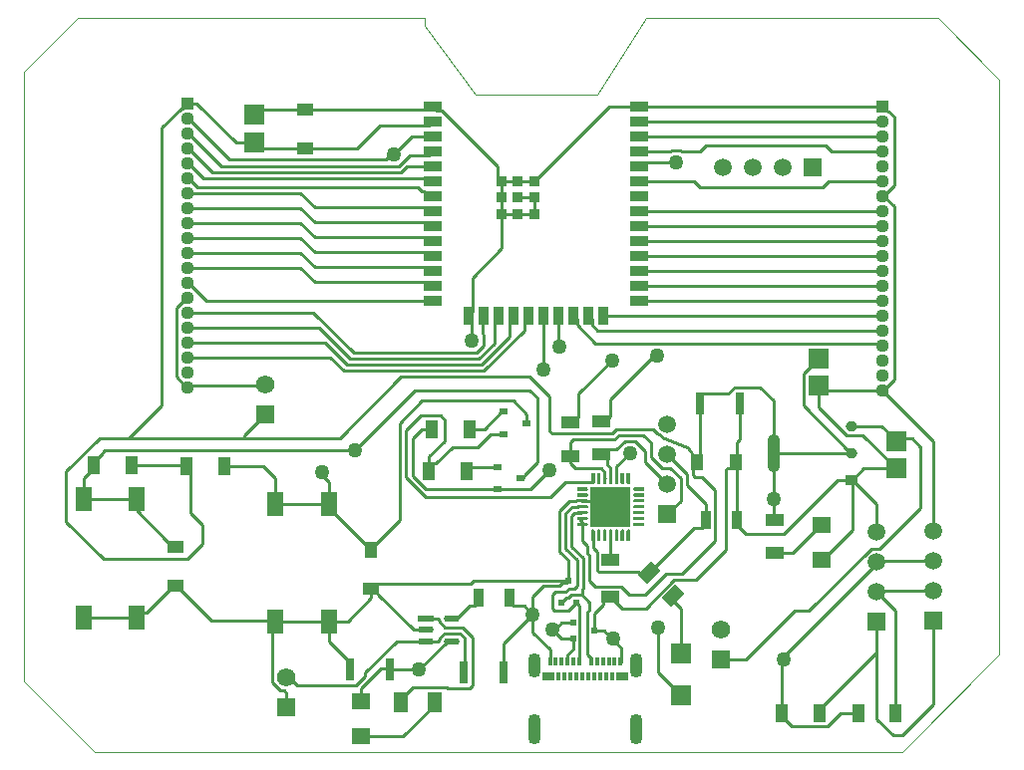
<source format=gtl>
G04*
G04 #@! TF.GenerationSoftware,Altium Limited,Altium Designer,23.1.1 (15)*
G04*
G04 Layer_Physical_Order=1*
G04 Layer_Color=255*
%FSLAX44Y44*%
%MOMM*%
G71*
G04*
G04 #@! TF.SameCoordinates,A4D4DC3D-09BA-49FB-81B5-C576A0A79F62*
G04*
G04*
G04 #@! TF.FilePolarity,Positive*
G04*
G01*
G75*
%ADD12C,0.2540*%
%ADD20R,1.6800X1.7000*%
G04:AMPARAMS|DCode=21|XSize=1.3383mm|YSize=0.578mm|CornerRadius=0.289mm|HoleSize=0mm|Usage=FLASHONLY|Rotation=0.000|XOffset=0mm|YOffset=0mm|HoleType=Round|Shape=RoundedRectangle|*
%AMROUNDEDRECTD21*
21,1,1.3383,0.0000,0,0,0.0*
21,1,0.7603,0.5780,0,0,0.0*
1,1,0.5780,0.3802,0.0000*
1,1,0.5780,-0.3802,0.0000*
1,1,0.5780,-0.3802,0.0000*
1,1,0.5780,0.3802,0.0000*
%
%ADD21ROUNDEDRECTD21*%
%ADD22R,1.3383X0.5780*%
%ADD23R,0.7562X1.9062*%
%ADD24R,1.2557X1.7582*%
%ADD25R,1.5000X1.4000*%
%ADD26R,0.9000X1.6000*%
%ADD27R,0.8500X1.6000*%
%ADD28R,1.1000X1.3500*%
%ADD29R,0.8000X0.6000*%
%ADD30R,1.0000X1.5000*%
%ADD31C,0.2700*%
%ADD32R,1.5000X1.0000*%
%ADD33R,1.6500X1.1000*%
%ADD34R,1.3500X1.1000*%
%ADD35R,1.4000X2.1000*%
%ADD36R,1.8062X1.7540*%
%ADD37R,1.0043X0.8721*%
G04:AMPARAMS|DCode=38|XSize=1.0043mm|YSize=0.8721mm|CornerRadius=0.4361mm|HoleSize=0mm|Usage=FLASHONLY|Rotation=180.000|XOffset=0mm|YOffset=0mm|HoleType=Round|Shape=RoundedRectangle|*
%AMROUNDEDRECTD38*
21,1,1.0043,0.0000,0,0,180.0*
21,1,0.1322,0.8721,0,0,180.0*
1,1,0.8721,-0.0661,0.0000*
1,1,0.8721,0.0661,0.0000*
1,1,0.8721,0.0661,0.0000*
1,1,0.8721,-0.0661,0.0000*
%
%ADD38ROUNDEDRECTD38*%
G04:AMPARAMS|DCode=39|XSize=1.0043mm|YSize=3.1821mm|CornerRadius=0.4369mm|HoleSize=0mm|Usage=FLASHONLY|Rotation=180.000|XOffset=0mm|YOffset=0mm|HoleType=Round|Shape=RoundedRectangle|*
%AMROUNDEDRECTD39*
21,1,1.0043,2.3084,0,0,180.0*
21,1,0.1306,3.1821,0,0,180.0*
1,1,0.8737,-0.0653,1.1542*
1,1,0.8737,0.0653,1.1542*
1,1,0.8737,0.0653,-1.1542*
1,1,0.8737,-0.0653,-1.1542*
%
%ADD39ROUNDEDRECTD39*%
G04:AMPARAMS|DCode=40|XSize=1.65mm|YSize=1.1mm|CornerRadius=0mm|HoleSize=0mm|Usage=FLASHONLY|Rotation=225.000|XOffset=0mm|YOffset=0mm|HoleType=Round|Shape=Rectangle|*
%AMROTATEDRECTD40*
4,1,4,0.1945,0.9723,0.9723,0.1945,-0.1945,-0.9723,-0.9723,-0.1945,0.1945,0.9723,0.0*
%
%ADD40ROTATEDRECTD40*%

%ADD41R,0.3000X0.7000*%
%ADD42R,1.0000X0.7000*%
%ADD43R,1.5000X0.9000*%
%ADD44R,0.9000X1.5000*%
%ADD45R,0.9000X0.9000*%
%ADD49R,3.3500X3.3500*%
%ADD50R,0.6000X0.5500*%
%ADD51R,0.5500X0.6000*%
%ADD54C,1.5700*%
%ADD55R,1.5700X1.5700*%
%ADD56R,1.5200X1.5200*%
%ADD57C,1.5200*%
%ADD58C,1.1200*%
%ADD59R,1.1200X1.1200*%
%ADD60R,1.5200X1.5200*%
G04:AMPARAMS|DCode=61|XSize=1.1mm|YSize=2.1mm|CornerRadius=0.55mm|HoleSize=0mm|Usage=FLASHONLY|Rotation=0.000|XOffset=0mm|YOffset=0mm|HoleType=Round|Shape=RoundedRectangle|*
%AMROUNDEDRECTD61*
21,1,1.1000,1.0000,0,0,0.0*
21,1,0.0000,2.1000,0,0,0.0*
1,1,1.1000,0.0000,-0.5000*
1,1,1.1000,0.0000,-0.5000*
1,1,1.1000,0.0000,0.5000*
1,1,1.1000,0.0000,0.5000*
%
%ADD61ROUNDEDRECTD61*%
G04:AMPARAMS|DCode=62|XSize=1.1mm|YSize=2.6mm|CornerRadius=0.55mm|HoleSize=0mm|Usage=FLASHONLY|Rotation=0.000|XOffset=0mm|YOffset=0mm|HoleType=Round|Shape=RoundedRectangle|*
%AMROUNDEDRECTD62*
21,1,1.1000,1.5000,0,0,0.0*
21,1,0.0000,2.6000,0,0,0.0*
1,1,1.1000,0.0000,-0.7500*
1,1,1.1000,0.0000,-0.7500*
1,1,1.1000,0.0000,0.7500*
1,1,1.1000,0.0000,0.7500*
%
%ADD62ROUNDEDRECTD62*%
%ADD64C,0.0000*%
%ADD65C,1.2700*%
G36*
X768340Y483030D02*
Y482732D01*
X768112Y482180D01*
X767690Y481758D01*
X767138Y481530D01*
X766542D01*
X765990Y481758D01*
X765568Y482180D01*
X765340Y482732D01*
Y483030D01*
Y491030D01*
X768340D01*
Y483030D01*
D02*
G37*
G36*
X763340D02*
Y482732D01*
X763112Y482180D01*
X762690Y481758D01*
X762138Y481530D01*
X761542D01*
X760990Y481758D01*
X760568Y482180D01*
X760340Y482732D01*
Y483030D01*
Y491030D01*
X763340D01*
Y483030D01*
D02*
G37*
G36*
X758340D02*
Y482732D01*
X758112Y482180D01*
X757690Y481758D01*
X757138Y481530D01*
X756542D01*
X755990Y481758D01*
X755568Y482180D01*
X755340Y482732D01*
Y483030D01*
Y491030D01*
X758340D01*
X758340Y483030D01*
D02*
G37*
G36*
X753340D02*
Y482732D01*
X753112Y482180D01*
X752690Y481758D01*
X752138Y481530D01*
X751542D01*
X750990Y481758D01*
X750568Y482180D01*
X750340Y482732D01*
Y483030D01*
Y491030D01*
X753340D01*
Y483030D01*
D02*
G37*
G36*
X748340D02*
Y482732D01*
X748112Y482180D01*
X747690Y481758D01*
X747138Y481530D01*
X746542D01*
X745990Y481758D01*
X745568Y482180D01*
X745340Y482732D01*
Y483030D01*
X745340D01*
Y491030D01*
X748340D01*
Y483030D01*
D02*
G37*
G36*
X743340D02*
Y482732D01*
X743112Y482180D01*
X742690Y481758D01*
X742138Y481530D01*
X741542D01*
X740990Y481758D01*
X740568Y482180D01*
X740340Y482732D01*
Y483030D01*
Y491030D01*
X743340D01*
Y483030D01*
D02*
G37*
G36*
X738340D02*
Y482732D01*
X738112Y482180D01*
X737690Y481758D01*
X737138Y481530D01*
X736542D01*
X735990Y481758D01*
X735568Y482180D01*
X735340Y482732D01*
Y483030D01*
Y491030D01*
X738340D01*
Y483030D01*
D02*
G37*
G36*
X780590Y475780D02*
X772292D01*
X771740Y476008D01*
X771318Y476430D01*
X771090Y476982D01*
Y477280D01*
Y477578D01*
X771318Y478130D01*
X771740Y478552D01*
X772292Y478780D01*
X780590D01*
Y475780D01*
D02*
G37*
G36*
X731940Y478552D02*
X732362Y478130D01*
X732590Y477578D01*
Y477280D01*
Y476982D01*
X732362Y476430D01*
X731940Y476008D01*
X731388Y475780D01*
X723090D01*
Y478780D01*
X731388D01*
X731940Y478552D01*
D02*
G37*
G36*
X780590Y470780D02*
X772292D01*
X771740Y471008D01*
X771318Y471430D01*
X771090Y471982D01*
Y472280D01*
Y472578D01*
X771318Y473130D01*
X771740Y473552D01*
X772292Y473780D01*
X780590D01*
Y470780D01*
D02*
G37*
G36*
X731940Y473552D02*
X732362Y473130D01*
X732590Y472578D01*
Y472280D01*
Y471982D01*
X732362Y471430D01*
X731940Y471008D01*
X731388Y470780D01*
X723090D01*
Y473780D01*
X731388D01*
X731940Y473552D01*
D02*
G37*
G36*
X780590Y465780D02*
X772292D01*
X771740Y466008D01*
X771318Y466430D01*
X771090Y466982D01*
Y467280D01*
Y467578D01*
X771318Y468130D01*
X771740Y468552D01*
X772292Y468780D01*
X772590D01*
Y468780D01*
X780590D01*
Y465780D01*
D02*
G37*
G36*
X731090Y468780D02*
X731388D01*
X731940Y468552D01*
X732362Y468130D01*
X732590Y467578D01*
Y467280D01*
Y466982D01*
X732362Y466430D01*
X731940Y466008D01*
X731388Y465780D01*
X723090D01*
Y468780D01*
X731090Y468780D01*
D02*
G37*
G36*
X780590Y460780D02*
X772292D01*
X771740Y461008D01*
X771318Y461430D01*
X771090Y461982D01*
Y462280D01*
Y462578D01*
X771318Y463130D01*
X771740Y463552D01*
X772292Y463780D01*
X780590D01*
Y460780D01*
D02*
G37*
G36*
X731940Y463552D02*
X732362Y463130D01*
X732590Y462578D01*
Y462280D01*
Y461982D01*
X732362Y461430D01*
X731940Y461008D01*
X731388Y460780D01*
X723090D01*
Y463780D01*
X731388D01*
X731940Y463552D01*
D02*
G37*
G36*
X780590Y455780D02*
X772590Y455780D01*
X772292D01*
X771740Y456008D01*
X771318Y456430D01*
X771090Y456982D01*
Y457280D01*
Y457578D01*
X771318Y458130D01*
X771740Y458552D01*
X772292Y458780D01*
X780590D01*
Y455780D01*
D02*
G37*
G36*
X731940Y458552D02*
X732362Y458130D01*
X732590Y457578D01*
Y457280D01*
Y456982D01*
X732362Y456430D01*
X731940Y456008D01*
X731388Y455780D01*
X731090D01*
Y455780D01*
X723090D01*
Y458780D01*
X731388D01*
X731940Y458552D01*
D02*
G37*
G36*
X780590Y450780D02*
X772292D01*
X771740Y451008D01*
X771318Y451430D01*
X771090Y451982D01*
Y452280D01*
Y452578D01*
X771318Y453130D01*
X771740Y453552D01*
X772292Y453780D01*
X780590D01*
Y450780D01*
D02*
G37*
G36*
X731940Y453552D02*
X732362Y453130D01*
X732590Y452578D01*
Y452280D01*
Y451982D01*
X732362Y451430D01*
X731940Y451008D01*
X731388Y450780D01*
X723090D01*
Y453780D01*
X731388D01*
X731940Y453552D01*
D02*
G37*
G36*
X780590Y445780D02*
X772292D01*
X771740Y446008D01*
X771318Y446430D01*
X771090Y446982D01*
Y447280D01*
Y447578D01*
X771318Y448130D01*
X771740Y448552D01*
X772292Y448780D01*
X780590D01*
Y445780D01*
D02*
G37*
G36*
X731940Y448552D02*
X732362Y448130D01*
X732590Y447578D01*
Y447280D01*
Y446982D01*
X732362Y446430D01*
X731940Y446008D01*
X731388Y445780D01*
X723090D01*
Y448780D01*
X731388D01*
X731940Y448552D01*
D02*
G37*
G36*
X767690Y442802D02*
X768112Y442380D01*
X768340Y441828D01*
Y441530D01*
Y433530D01*
X765340D01*
Y441530D01*
Y441828D01*
X765568Y442380D01*
X765990Y442802D01*
X766542Y443030D01*
X767138D01*
X767690Y442802D01*
D02*
G37*
G36*
X762690D02*
X763112Y442380D01*
X763340Y441828D01*
Y441530D01*
Y433530D01*
X760340D01*
Y441530D01*
Y441828D01*
X760568Y442380D01*
X760990Y442802D01*
X761542Y443030D01*
X762138D01*
X762690Y442802D01*
D02*
G37*
G36*
X757690D02*
X758112Y442380D01*
X758340Y441828D01*
Y441530D01*
X758340D01*
Y433530D01*
X755340D01*
Y441530D01*
Y441828D01*
X755568Y442380D01*
X755990Y442802D01*
X756542Y443030D01*
X757138D01*
X757690Y442802D01*
D02*
G37*
G36*
X752690D02*
X753112Y442380D01*
X753340Y441828D01*
Y441530D01*
Y433530D01*
X750340D01*
Y441530D01*
Y441828D01*
X750568Y442380D01*
X750990Y442802D01*
X751542Y443030D01*
X752138D01*
X752690Y442802D01*
D02*
G37*
G36*
X747690D02*
X748112Y442380D01*
X748340Y441828D01*
Y441530D01*
Y433530D01*
X745340D01*
X745340Y441530D01*
Y441828D01*
X745568Y442380D01*
X745990Y442802D01*
X746542Y443030D01*
X747138D01*
X747690Y442802D01*
D02*
G37*
G36*
X742690D02*
X743112Y442380D01*
X743340Y441828D01*
Y441530D01*
Y433530D01*
X740340D01*
Y441530D01*
Y441828D01*
X740568Y442380D01*
X740990Y442802D01*
X741542Y443030D01*
X742138D01*
X742690Y442802D01*
D02*
G37*
G36*
X737690D02*
X738112Y442380D01*
X738340Y441828D01*
Y441530D01*
Y433530D01*
X735340D01*
Y441530D01*
Y441828D01*
X735568Y442380D01*
X735990Y442802D01*
X736542Y443030D01*
X737138D01*
X737690Y442802D01*
D02*
G37*
D12*
X791584Y524510D02*
G03*
X795695Y521587I8503J7608D01*
G01*
X817737Y512226D02*
X817737Y512227D01*
X818101Y511863D02*
G03*
X818280Y511421I14718J5713D01*
G01*
D02*
G03*
X821700Y506367I14539J6156D01*
G01*
X795711Y521581D02*
G03*
X795695Y521587I-994J-2338D01*
G01*
X816620Y480830D02*
Y490210D01*
X800100Y506730D02*
X816620Y490210D01*
Y480830D02*
X832570Y464880D01*
Y450850D02*
Y464880D01*
X854280Y495214D02*
X858510Y499444D01*
X851118Y495214D02*
X854280D01*
X849630Y493726D02*
X851118Y495214D01*
X849630Y425450D02*
Y493726D01*
X858510Y499444D02*
Y500380D01*
X858930Y499960D02*
Y500800D01*
X928370Y561340D02*
X982980D01*
X858930Y500800D02*
Y516604D01*
X859070Y450850D02*
Y492200D01*
Y447100D02*
Y450850D01*
X760560Y330200D02*
Y342332D01*
X716030Y399140D02*
Y416780D01*
X449911Y800431D02*
X452793Y797550D01*
X350095Y367455D02*
X354620Y371980D01*
X802256Y495310D02*
X811510Y486056D01*
X800100Y455930D02*
X811510Y467340D01*
Y486056D01*
X817380Y512583D02*
X817737Y512227D01*
X816915Y512776D02*
X817380Y512583D01*
X817737Y512226D02*
X818101Y511863D01*
X795711Y521581D02*
X816915Y512776D01*
X787774Y528320D02*
X791584Y524510D01*
X821700Y490200D02*
Y506367D01*
X756728Y528320D02*
X787774D01*
X858930Y493180D02*
Y499960D01*
X795384Y495310D02*
X802256D01*
X786130Y504564D02*
X795384Y495310D01*
X890340Y468630D02*
Y508000D01*
X661140Y321310D02*
Y346180D01*
X685800Y370840D01*
X464590Y312670D02*
Y362050D01*
X476250Y292100D02*
Y303760D01*
X474170Y305840D02*
X476250Y303760D01*
X471420Y305840D02*
X474170D01*
X464590Y312670D02*
X471420Y305840D01*
X464590Y362050D02*
X467360Y364820D01*
X478758Y317500D02*
X485749Y310509D01*
X535479D01*
X543310Y321240D02*
X570050Y347980D01*
X594896D01*
X543310Y318339D02*
Y321240D01*
X548390Y316481D02*
X557029Y325120D01*
X539750Y307596D02*
X548390Y316235D01*
Y316481D01*
X557029Y325120D02*
X563350D01*
X539750Y296940D02*
Y307596D01*
X535479Y310509D02*
X543310Y318339D01*
X476250Y317500D02*
X478758D01*
X573998Y295910D02*
Y298422D01*
X584086Y308511D01*
X612811D01*
X613353Y307969D01*
X634231Y310201D02*
Y351430D01*
X625901Y359760D02*
X634231Y351430D01*
X611164Y359760D02*
X625901D01*
X606719Y364205D02*
Y365492D01*
Y364205D02*
X611164Y359760D01*
X594896Y366980D02*
X605231D01*
X606719Y365492D01*
X631999Y307969D02*
X634231Y310201D01*
X613353Y307969D02*
X631999D01*
X626640Y321310D02*
X627721Y322391D01*
X623797Y354680D02*
X627721Y350755D01*
Y322391D02*
Y350755D01*
X606719D02*
X610643Y354680D01*
X623797D01*
X606719Y349468D02*
Y350755D01*
X605231Y347980D02*
X606719Y349468D01*
X594896Y347980D02*
X605231D01*
X636050Y378080D02*
X639280Y381310D01*
X617220Y366980D02*
X621022D01*
X632122Y378080D01*
X636050D01*
X639280Y381310D02*
Y384810D01*
X669510Y378080D02*
X678560D01*
X666280Y381310D02*
Y384810D01*
Y381310D02*
X669510Y378080D01*
X678560D02*
X685800Y370840D01*
X589288Y323850D02*
X613418Y347980D01*
X617220D01*
X564620Y323850D02*
X589288D01*
X539750Y266940D02*
X575565D01*
X602022Y293398D01*
Y295910D01*
X563350Y325120D02*
X564620Y323850D01*
X554120Y387754D02*
X584394Y357480D01*
X554120Y387754D02*
Y388210D01*
X548640Y392440D02*
X549890D01*
X584394Y357480D02*
X594896D01*
X549890Y392440D02*
X554120Y388210D01*
X512360Y347360D02*
Y364820D01*
X530120Y323850D02*
Y329600D01*
X512360Y347360D02*
X530120Y329600D01*
X783943Y404530D02*
X785337Y405923D01*
X784860Y406400D02*
X822580Y444120D01*
X829590D01*
X832570Y447100D01*
Y450850D01*
X784860Y406400D02*
X784860D01*
X811530Y337820D02*
Y375841D01*
X805013Y382358D02*
X811530Y375841D01*
X805013Y382358D02*
Y386247D01*
X792480Y321170D02*
X811530Y302120D01*
Y302020D02*
Y302120D01*
X792480Y321170D02*
Y359410D01*
X899160Y334645D02*
X977900Y413385D01*
Y415290D01*
X899160Y332740D02*
Y334645D01*
X866738Y332740D02*
X907769Y373771D01*
X866750Y439420D02*
X898968D01*
X859070Y447100D02*
X866750Y439420D01*
X898968D02*
X944648Y485100D01*
X845820Y332740D02*
X866738D01*
X907769Y373771D02*
X920245D01*
X973174Y426700D01*
X1014730Y461384D02*
Y513080D01*
X973174Y426700D02*
X980046D01*
X978535Y415925D02*
X1025525D01*
X1026160Y416560D01*
X977900Y415290D02*
X978535Y415925D01*
X982980Y561340D02*
X983588D01*
X992390Y570142D01*
Y717638D01*
X983588Y726440D02*
X992390Y717638D01*
X982980Y726440D02*
X983588D01*
X1026160Y441960D02*
Y518160D01*
X982980Y561340D02*
X1026160Y518160D01*
X1025525Y390525D02*
X1026160Y391160D01*
X977900Y389890D02*
X978535Y390525D01*
X1025525D01*
X993900Y287020D02*
Y373890D01*
X977900Y389890D02*
X993900Y373890D01*
X977900Y338290D02*
Y364490D01*
Y281940D02*
Y338290D01*
X999490Y267970D02*
X1026160Y294640D01*
Y365760D01*
X991870Y267970D02*
X999490D01*
X977900Y281940D02*
X991870Y267970D01*
X980046Y426700D02*
X1014730Y461384D01*
X956240Y485100D02*
X956901D01*
X977900Y440690D02*
Y464101D01*
X956901Y485100D02*
X977900Y464101D01*
X683490Y476910D02*
X699770Y493190D01*
X700656Y470100D02*
X713586Y483030D01*
X735340D01*
X655440Y476910D02*
X683490D01*
X594998Y470100D02*
X700656D01*
X678370Y489140D02*
X689610Y500380D01*
Y554990D01*
X683260Y561340D02*
X689610Y554990D01*
X678370Y488140D02*
Y489140D01*
X676640Y486410D02*
X678370Y488140D01*
X683260Y572770D02*
X699770Y556260D01*
X574040Y572770D02*
X683260D01*
X699770Y526633D02*
Y556260D01*
Y526633D02*
X702033Y524370D01*
X890340Y452330D02*
Y468630D01*
X427738Y757780D02*
X560721D01*
X564941Y762000D01*
X420978Y751840D02*
X571898D01*
X392430Y728980D02*
X488462D01*
X393038Y741680D02*
X400658Y734060D01*
X392430Y779780D02*
X393038D01*
X392430Y792480D02*
X393038D01*
X392430Y754380D02*
X393038D01*
X388100Y800850D02*
X392430Y805180D01*
Y767080D02*
X393038D01*
X383020Y572682D02*
X391822Y563880D01*
X370840Y784198D02*
X387492Y800850D01*
X383020Y572682D02*
Y631278D01*
X387492Y800850D02*
X388100D01*
X383020Y631278D02*
X391822Y640080D01*
X457200Y565150D02*
X458470Y566420D01*
X508935Y601980D02*
X527985Y582930D01*
X513797Y589280D02*
X525227Y577850D01*
X393700Y565150D02*
X457200D01*
X488462Y665480D02*
X500712Y653230D01*
X488462Y678180D02*
X500712Y665930D01*
X392430Y678180D02*
X488462D01*
X392430Y665480D02*
X488462D01*
X393038Y652780D02*
X408518Y637300D01*
X392430Y614680D02*
X504073D01*
X392430Y601980D02*
X508935D01*
X392430Y589280D02*
X513797D01*
X499211Y627380D02*
X533501Y593090D01*
X504073Y614680D02*
X530743Y588010D01*
X392430Y627380D02*
X499211D01*
X488462Y690880D02*
X500712Y678630D01*
X392430Y716280D02*
X488462D01*
Y703580D02*
X500712Y691330D01*
X392430Y703580D02*
X488462D01*
Y728980D02*
X500712Y716730D01*
X392430Y690880D02*
X488462D01*
Y716280D02*
X500712Y704030D01*
X447291Y767090D02*
X492760D01*
X536630D01*
X556010Y786470D01*
X452793Y800090D02*
X492760D01*
X433800Y771829D02*
X449580D01*
X393038Y779780D02*
X420978Y751840D01*
X393038Y767080D02*
X413358Y746760D01*
X392430Y741680D02*
X393038D01*
Y754380D02*
X405738Y741680D01*
X393038Y792480D02*
X427738Y757780D01*
X400449Y805180D02*
X433800Y771829D01*
X392430Y805180D02*
X400449D01*
X392430Y652780D02*
X393038D01*
X391822Y640080D02*
X392430D01*
X391822Y563880D02*
X392430D01*
X393700Y565150D01*
X659130Y711200D02*
Y725200D01*
X673130Y711200D02*
X687130D01*
X659130Y681935D02*
Y711200D01*
X687130D02*
Y725200D01*
X673130D02*
X687130D01*
X659130Y711200D02*
X673130D01*
X574003Y746760D02*
X578843Y751600D01*
X597850Y741680D02*
X600630Y738900D01*
X571898Y751840D02*
X581128Y761070D01*
X591552Y730590D02*
X593240D01*
X588082Y734060D02*
X591552Y730590D01*
X578843Y751600D02*
X600630D01*
X598320Y800090D02*
X600630Y802400D01*
X593240Y730590D02*
X597630Y726200D01*
X600630Y802400D02*
X603860Y799170D01*
X634260Y657065D02*
X659130Y681935D01*
X655900Y742430D02*
Y751818D01*
X603860Y799170D02*
X608548D01*
X655900Y751818D01*
X597400Y786470D02*
X600630Y789700D01*
X597400Y665930D02*
X600630Y662700D01*
X597400Y691330D02*
X600630Y688100D01*
X597400Y704030D02*
X600630Y700800D01*
X597630Y726200D02*
X600630D01*
X597400Y716730D02*
X600630Y713500D01*
X597400Y678630D02*
X600630Y675400D01*
X631030Y624800D02*
X634260Y628030D01*
X745330Y624800D02*
X745370Y624840D01*
X634260Y628030D02*
Y657065D01*
X597400Y653230D02*
X600630Y650000D01*
X564941Y762000D02*
X567690D01*
X582690Y777000D01*
X597400Y761070D02*
X600630Y764300D01*
X581128Y761070D02*
X597400D01*
X582690Y777000D02*
X600630D01*
X655900Y742430D02*
X659130Y739200D01*
Y725200D02*
Y739200D01*
X673130D02*
X687130D01*
X659130D02*
X673130D01*
X395400Y456519D02*
Y492840D01*
X392430Y417830D02*
X405130Y430530D01*
X391670Y496570D02*
X395400Y492840D01*
X423670Y496570D02*
X457200D01*
X405130Y430530D02*
Y446789D01*
X395400Y456519D02*
X405130Y446789D01*
X725250Y331070D02*
Y378420D01*
X710080Y350370D02*
X719730D01*
X715127Y336335D02*
X715250Y336211D01*
Y331070D02*
Y336211D01*
X731670Y336650D02*
X735020Y333300D01*
X738230Y356870D02*
Y371710D01*
X735020Y331300D02*
X735250Y331070D01*
X735020Y331300D02*
Y333300D01*
X731670Y336650D02*
Y372334D01*
X754380Y348512D02*
X760560Y342332D01*
X754380Y348512D02*
Y350520D01*
X752712D02*
X754380D01*
X746362Y356870D02*
X752712Y350520D01*
X738230Y356870D02*
X746362D01*
X635570Y399140D02*
X716030D01*
X633100Y396670D02*
X635570Y399140D01*
X548640Y426690D02*
X572770Y450820D01*
X512360Y461320D02*
X542760Y430920D01*
X552870Y396670D02*
X633100D01*
X548640Y425440D02*
Y426690D01*
X544410Y430920D02*
X548640Y426690D01*
X542760Y430920D02*
X544410D01*
X572770Y450820D02*
Y533400D01*
X584200Y520700D02*
X591820Y528320D01*
X599950D01*
X577850Y527050D02*
X590430Y539630D01*
X572770Y533400D02*
X591820Y552450D01*
X534670Y510540D02*
X585470Y561340D01*
X584200Y488082D02*
Y520700D01*
X577850Y487248D02*
Y527050D01*
X591820Y552450D02*
X669290D01*
X585470Y561340D02*
X683260D01*
X521970Y520700D02*
X574040Y572770D01*
X590430Y539630D02*
X607180D01*
X412740Y365760D02*
X466420D01*
X383520Y394980D02*
X412740Y365760D01*
X382270Y394980D02*
X383520D01*
X381020D02*
X382270D01*
X354620Y371980D02*
X358020D01*
X381020Y394980D01*
X685800Y355600D02*
Y370840D01*
X702310Y358140D02*
X710080Y350370D01*
X715127Y336335D02*
X719730Y340938D01*
X700250Y331070D02*
Y341150D01*
X719730Y340938D02*
Y350370D01*
X685800Y355600D02*
X700250Y341150D01*
X512360Y464820D02*
Y483111D01*
X466420Y365760D02*
X467360Y364820D01*
X512360Y461320D02*
Y464820D01*
X506730Y488741D02*
X512360Y483111D01*
X467360Y464820D02*
X512360D01*
X467360D02*
Y486410D01*
X378040Y432210D02*
X382270Y427980D01*
X348890Y459250D02*
X375930Y432210D01*
X348890Y459250D02*
Y462750D01*
X375930Y432210D02*
X378040D01*
X321310Y417830D02*
X392430D01*
X440690Y520700D02*
Y523240D01*
X457200Y496570D02*
X467360Y486410D01*
X440690Y523240D02*
X458470Y541020D01*
X440690Y520700D02*
X521970D01*
X506730Y488741D02*
Y491490D01*
X594762Y477520D02*
X654830D01*
X344930Y497840D02*
X390400D01*
X342900Y520700D02*
X440690D01*
X390400Y497840D02*
X391670Y496570D01*
X322580Y510540D02*
X534670D01*
X584200Y488082D02*
X594762Y477520D01*
X577850Y487248D02*
X594998Y470100D01*
X528650Y364820D02*
X548448Y384618D01*
X467360Y364820D02*
X512360D01*
X548640Y392440D02*
X552870Y396670D01*
X548448Y392248D02*
X548640Y392440D01*
X548448Y384618D02*
Y392248D01*
X512360Y364820D02*
X528650D01*
X312930Y495340D02*
Y497840D01*
X320252Y508212D02*
X322580Y510540D01*
X320252Y507662D02*
Y508212D01*
X312930Y500340D02*
X320252Y507662D01*
X312930Y497840D02*
Y500340D01*
X342900Y520700D02*
X370840Y548640D01*
X317902Y520700D02*
X342900D01*
X994149Y494637D02*
X994410D01*
X966438D02*
X994149D01*
X992374Y519934D02*
X1007876D01*
X1014730Y513080D01*
X935708Y275710D02*
X947018Y287020D01*
X981409Y530900D02*
X992374Y519934D01*
X966057Y522729D02*
X994149Y494637D01*
X929130Y287020D02*
Y289050D01*
X897130Y330710D02*
X899160Y332740D01*
X947018Y287020D02*
X961900D01*
X929130Y289050D02*
X929640Y289560D01*
Y290030D02*
X977900Y338290D01*
X897130Y287020D02*
Y330710D01*
X929640Y289560D02*
Y290030D01*
X897130Y284520D02*
Y287020D01*
Y284520D02*
X905940Y275710D01*
X935708D01*
X304250Y486660D02*
X312930Y495340D01*
X408518Y637300D02*
X600630D01*
X828040Y764540D02*
X833120Y769620D01*
X934720D01*
X939800Y764540D01*
X828040Y734060D02*
X932180D01*
X937260Y739140D01*
X939800Y764540D02*
X982980D01*
X937260Y739140D02*
X982980D01*
X775870Y637540D02*
X982980D01*
X775870Y675640D02*
X982980D01*
X775870Y662940D02*
X982980D01*
X775870Y650240D02*
X982980D01*
X527985Y582930D02*
X642147D01*
X370840Y548640D02*
Y784198D01*
X405738Y741680D02*
X597850D01*
X525227Y577850D02*
X644251D01*
X492760Y800090D02*
X598320Y800090D01*
X500712Y653230D02*
X597400D01*
X500712Y678630D02*
X597400D01*
X500712Y665930D02*
X597400D01*
X500712Y691330D02*
X597400D01*
X556010Y786470D02*
X597400D01*
X500712Y716730D02*
X597400D01*
X500712Y704030D02*
X597400D01*
X400658Y734060D02*
X588082D01*
X413358Y746760D02*
X574003D01*
X530743Y588010D02*
X640043D01*
X653200Y601167D01*
X643454Y624524D02*
X643730Y624800D01*
X633730Y603250D02*
Y622100D01*
X631030Y624800D02*
X633730Y622100D01*
X643454Y609024D02*
X643890Y608588D01*
Y599042D02*
Y608588D01*
X643454Y609024D02*
Y624524D01*
X642147Y582930D02*
X665900Y606683D01*
X533501Y593090D02*
X637938D01*
X643890Y599042D01*
X775630Y764300D02*
X788910D01*
X775870Y739140D02*
X822960D01*
X778609Y754579D02*
X807521D01*
X788910Y764300D02*
X789150Y764540D01*
X811729Y764739D02*
X811928Y764540D01*
X789150D02*
X803113D01*
X811928D02*
X828040D01*
X803312Y764739D02*
X811729D01*
X803113Y764540D02*
X803312Y764739D01*
X603640Y498990D02*
X617730Y513080D01*
X597410Y495260D02*
X601140Y498990D01*
X603640D01*
X607180Y539630D02*
X610870Y535940D01*
X597410Y495260D02*
Y504700D01*
X610870Y518160D02*
Y535940D01*
X597410Y504700D02*
X610870Y518160D01*
X669290Y552450D02*
X680660Y541080D01*
Y533400D02*
Y541080D01*
X675640Y486410D02*
X676640D01*
X629410Y492760D02*
X632560Y495910D01*
X655440D01*
X654830Y477520D02*
X655440Y476910D01*
X659460Y542900D02*
X660460D01*
X649630Y523900D02*
X660460D01*
X644880Y528320D02*
X659460Y542900D01*
X638810Y513080D02*
X649630Y523900D01*
X617730Y513080D02*
X638810D01*
X631950Y528320D02*
X644880D01*
X756840Y486766D02*
X756920Y486846D01*
Y496570D01*
X756840Y486435D02*
Y486766D01*
X746450Y487156D02*
Y491800D01*
X751530Y489260D02*
Y495610D01*
X749300Y497840D02*
X751530Y495610D01*
X749300Y497840D02*
Y502220D01*
X746840Y486280D02*
Y486766D01*
X746450Y487156D02*
X746840Y486766D01*
X743410Y494840D02*
X746450Y491800D01*
X751530Y489260D02*
X751840Y488950D01*
X717550Y533680D02*
X720300D01*
X717550Y499110D02*
X721820Y494840D01*
X702033Y524370D02*
X752778D01*
X717550Y516750D02*
X720090Y519290D01*
X717550Y505180D02*
Y516750D01*
Y499110D02*
Y505180D01*
X781050Y500380D02*
Y509668D01*
X772558Y518160D02*
X781050Y509668D01*
X758832Y523240D02*
X779562D01*
X764142Y518160D02*
X772558D01*
X722453Y467440D02*
X726727D01*
X722373Y467360D02*
X722453Y467440D01*
X726727D02*
X726887Y467280D01*
X717152Y467360D02*
X722373D01*
X726887Y467280D02*
X727840D01*
X746840D01*
X724530Y537910D02*
Y558160D01*
X756662Y510680D02*
X764142Y518160D01*
X756920Y496570D02*
X768350Y508000D01*
X754882Y519290D02*
X758832Y523240D01*
X720300Y533680D02*
X724530Y537910D01*
X752778Y524370D02*
X756728Y528320D01*
X720090Y519290D02*
X754882D01*
X751200Y539180D02*
Y553080D01*
X721820Y494840D02*
X743410D01*
X746970Y534950D02*
X751200Y539180D01*
X744220Y534950D02*
X746970D01*
X748450Y510680D02*
X756662D01*
X744220Y506450D02*
X745070D01*
X744220D02*
X748450Y510680D01*
X745070Y506450D02*
X749300Y502220D01*
X304250Y468300D02*
X349250D01*
X304250Y368300D02*
X349250D01*
X304250Y468300D02*
Y486660D01*
X710289Y363370D02*
X719730D01*
X704150Y374080D02*
X715970D01*
X685800Y370840D02*
Y386080D01*
X694690Y394970D01*
X702310Y375920D02*
X704150Y374080D01*
X715970D02*
X722530Y380640D01*
X705059Y358140D02*
X710289Y363370D01*
X738230Y371710D02*
X745610Y379090D01*
X734060Y374724D02*
Y381000D01*
X731670Y372334D02*
X734060Y374724D01*
X702310Y358140D02*
X705059D01*
X851361Y558171D02*
X857070Y563880D01*
X915529Y575761D02*
X928109Y588341D01*
X827300Y555660D02*
X829811Y558171D01*
X851361D01*
X827300Y549910D02*
Y555660D01*
X928109Y588341D02*
X928370D01*
Y546554D02*
Y561340D01*
X857070Y563880D02*
X878840D01*
X915529Y548050D02*
Y575761D01*
X878840Y563880D02*
X890340Y552380D01*
X840740Y433070D02*
Y476250D01*
X890340Y452330D02*
X891540Y451130D01*
X944648Y485100D02*
X956240D01*
X956901Y442291D02*
Y484439D01*
X955579Y508000D02*
X956240D01*
X931410Y416800D02*
X956901Y442291D01*
X890340Y508000D02*
X955579D01*
X956240Y530900D02*
X981409D01*
X740602Y612140D02*
X982980D01*
X751200Y553080D02*
X788670Y590550D01*
X791210D01*
X981499Y600921D02*
X982980Y599440D01*
X739121Y600921D02*
X981499D01*
X891540Y422630D02*
X906240D01*
X930410Y446800D01*
X930910D01*
Y416800D02*
X931410D01*
X707230Y599600D02*
X708660Y598170D01*
X678600Y612199D02*
Y621570D01*
X723160Y616882D02*
Y621570D01*
X735860Y616882D02*
Y621570D01*
Y616882D02*
X740602Y612140D01*
X723160Y616882D02*
X739121Y600921D01*
X724530Y558160D02*
X753110Y586740D01*
X784860Y406400D02*
X786805Y408344D01*
X777008Y404530D02*
X783943D01*
X761240Y375920D02*
X781519D01*
X781505Y387805D02*
X798560Y404860D01*
X781519Y375920D02*
X805379Y399780D01*
X798560Y404860D02*
X812530D01*
X858930Y516604D02*
X861800Y519474D01*
Y549910D01*
X928370Y546554D02*
X952195Y522729D01*
X956901Y485100D02*
X966438Y494637D01*
X952195Y522729D02*
X966057D01*
X915529Y548050D02*
X955579Y508000D01*
X890340D02*
Y552380D01*
X812530Y404860D02*
X840740Y433070D01*
X805379Y399780D02*
X823960D01*
X849630Y425450D01*
X827300Y495800D02*
Y549910D01*
X781050Y500380D02*
X800100Y481330D01*
X786130Y504564D02*
Y516672D01*
X779562Y523240D02*
X786130Y516672D01*
X823182Y487468D02*
X829522D01*
X821700Y497820D02*
X827300Y503420D01*
X821700Y488950D02*
X823182Y487468D01*
X821700Y488950D02*
Y490200D01*
X829522Y487468D02*
X840740Y476250D01*
X694690Y394970D02*
X708200D01*
X702310Y387350D02*
X704850Y389890D01*
X709780Y380640D02*
X710030D01*
X702310Y375920D02*
Y387350D01*
X709780Y380640D02*
X711260Y382120D01*
X708200Y394970D02*
X710890Y397660D01*
X713708Y389890D02*
X716398Y392580D01*
X710890Y397660D02*
X714550D01*
X716398Y392580D02*
X720858D01*
X723090Y394812D01*
X714550Y397660D02*
X716030Y399140D01*
X733250Y399590D02*
X738710Y394130D01*
X722530Y380640D02*
X722780D01*
X718352Y387350D02*
X727710D01*
X715812Y384810D02*
X718352Y387350D01*
X722780Y380640D02*
X723030D01*
X727710Y387350D02*
X734060Y381000D01*
X708660Y458868D02*
X717152Y467360D01*
X713740Y426255D02*
X723090Y416905D01*
X718820Y454660D02*
X721280Y457120D01*
X718820Y428359D02*
Y454660D01*
X713740Y426255D02*
Y456764D01*
X719256Y462280D01*
X727840Y433103D02*
Y447280D01*
X721280Y457120D02*
X726727D01*
X719256Y462280D02*
X724590D01*
X708660Y424151D02*
Y458868D01*
X767243Y387805D02*
X781505D01*
X740530Y408106D02*
X742018Y406618D01*
X745610Y379090D02*
Y381590D01*
X740530Y408106D02*
Y423898D01*
X760918Y394130D02*
X767243Y387805D01*
X742018Y406618D02*
X774919D01*
X777008Y404530D01*
X751840Y385320D02*
X761240Y375920D01*
X749340Y385320D02*
X751840D01*
X738710Y394130D02*
X760918D01*
X745610Y381590D02*
X749340Y385320D01*
X727840Y433103D02*
X731812Y429131D01*
X733250Y399590D02*
Y421113D01*
X731812Y422551D02*
X733250Y421113D01*
X731812Y422551D02*
Y429131D01*
X751840Y458470D02*
Y462280D01*
X746840Y467280D02*
X751840Y462280D01*
X736892Y427536D02*
X740530Y423898D01*
X751840Y417320D02*
Y438125D01*
X736892Y427536D02*
Y438228D01*
X736840Y438280D02*
X736892Y438228D01*
X727809Y447311D02*
X727840Y447280D01*
X727809Y447311D02*
Y449481D01*
X726887Y457280D02*
X727840D01*
X725170Y451970D02*
X725320D01*
X726727Y457120D02*
X726887Y457280D01*
X725320Y451970D02*
X727809Y449481D01*
X723030Y380640D02*
X725250Y378420D01*
X723090Y394812D02*
Y416905D01*
X727710Y387350D02*
Y392248D01*
X728170Y392708D01*
Y419009D01*
X714200Y384810D02*
X715812D01*
X710030Y380640D02*
X714200Y384810D01*
X704850Y389890D02*
X713708D01*
X708660Y424151D02*
X716030Y416780D01*
X718820Y428359D02*
X728170Y419009D01*
X665900Y606683D02*
Y621570D01*
X653200Y601167D02*
Y621570D01*
X694530Y624800D02*
X694690Y624640D01*
X644251Y577850D02*
X678600Y612199D01*
X707230Y599600D02*
Y624800D01*
X653200Y621570D02*
X656430Y624800D01*
X694690Y579120D02*
Y624640D01*
X678600Y621570D02*
X681830Y624800D01*
X665900Y621570D02*
X669130Y624800D01*
X987310Y798310D02*
X987918D01*
X992390Y735242D02*
Y793838D01*
X987918Y798310D02*
X992390Y793838D01*
X775630Y637300D02*
X775870Y637540D01*
X775630Y688100D02*
X775870Y688340D01*
X775630Y650000D02*
X775870Y650240D01*
X775630Y662700D02*
X775870Y662940D01*
X775630Y675400D02*
X775870Y675640D01*
X775630Y713500D02*
X775870Y713740D01*
X775630Y700800D02*
X775870Y701040D01*
Y802640D02*
X982980D01*
X775630Y802400D02*
X775870Y802640D01*
Y789940D02*
X982980D01*
X775870Y777240D02*
X982980D01*
X822960Y739140D02*
X828040Y734060D01*
X775870Y713740D02*
X982980D01*
X775870Y701040D02*
X982980D01*
X775870Y688340D02*
X982980D01*
X983588Y726440D02*
X992390Y735242D01*
X982980Y802640D02*
X987310Y798310D01*
X719930Y624800D02*
X723160Y621570D01*
X732630Y624800D02*
X735860Y621570D01*
X745370Y624840D02*
X982980D01*
X775630Y789700D02*
X775870Y789940D01*
X775630Y751600D02*
X778609Y754579D01*
X775630Y738900D02*
X775870Y739140D01*
X775630Y777000D02*
X775870Y777240D01*
X750330Y802400D02*
X775630D01*
X687130Y739200D02*
X750330Y802400D01*
X289560Y449580D02*
Y492358D01*
X317902Y520700D01*
X289560Y449580D02*
X321310Y417830D01*
D20*
X811530Y337820D02*
D03*
Y302020D02*
D03*
D21*
X617220Y366980D02*
D03*
Y347980D02*
D03*
X594896D02*
D03*
Y357480D02*
D03*
D22*
Y366980D02*
D03*
D23*
X661140Y321310D02*
D03*
X626640D02*
D03*
X530120Y323850D02*
D03*
X564620D02*
D03*
X827300Y549910D02*
D03*
X861800D02*
D03*
D24*
X602022Y295910D02*
D03*
X573998D02*
D03*
D25*
X539750Y266940D02*
D03*
Y296940D02*
D03*
X930910Y416800D02*
D03*
Y446800D02*
D03*
D26*
X666280Y384810D02*
D03*
X639280D02*
D03*
D27*
X859070Y450850D02*
D03*
X832570D02*
D03*
D28*
X858510Y500380D02*
D03*
X825510D02*
D03*
X548640Y425440D02*
D03*
D29*
X655440Y495910D02*
D03*
Y476910D02*
D03*
X675640Y486410D02*
D03*
X660460Y542900D02*
D03*
Y523900D02*
D03*
X680660Y533400D02*
D03*
D30*
X597410Y492760D02*
D03*
X629410D02*
D03*
X961900Y287020D02*
D03*
X993900D02*
D03*
X897130D02*
D03*
X929130D02*
D03*
X391670Y496570D02*
D03*
X423670D02*
D03*
X344930Y497840D02*
D03*
X312930D02*
D03*
X599950Y528320D02*
D03*
X631950D02*
D03*
D31*
X727840Y477280D02*
D03*
Y472280D02*
D03*
Y467280D02*
D03*
X724590Y462280D02*
D03*
X727840Y457280D02*
D03*
Y452280D02*
D03*
Y447280D02*
D03*
X736840Y438280D02*
D03*
X741840D02*
D03*
X746840Y438125D02*
D03*
X751840D02*
D03*
X756840Y438280D02*
D03*
X761840D02*
D03*
X766840D02*
D03*
X775840Y447280D02*
D03*
Y452280D02*
D03*
Y457280D02*
D03*
X778590Y462280D02*
D03*
X775840Y467280D02*
D03*
Y472280D02*
D03*
Y477280D02*
D03*
X766840Y486280D02*
D03*
X761840D02*
D03*
X756840Y486435D02*
D03*
X751840D02*
D03*
X746840Y486280D02*
D03*
X741840D02*
D03*
X736840D02*
D03*
D32*
X751840Y385320D02*
D03*
Y417320D02*
D03*
D33*
X744220Y534950D02*
D03*
Y506450D02*
D03*
X717550Y505180D02*
D03*
Y533680D02*
D03*
X891540Y422630D02*
D03*
Y451130D02*
D03*
D34*
X382270Y394980D02*
D03*
Y427980D02*
D03*
X492760Y767090D02*
D03*
Y800090D02*
D03*
X548640Y392440D02*
D03*
D35*
X304250Y368300D02*
D03*
Y468300D02*
D03*
X349250Y368300D02*
D03*
Y468300D02*
D03*
X467360Y364820D02*
D03*
Y464820D02*
D03*
X512360Y364820D02*
D03*
Y464820D02*
D03*
D36*
X928370Y588341D02*
D03*
Y564819D02*
D03*
X994410Y518160D02*
D03*
Y494637D02*
D03*
X449580Y771829D02*
D03*
Y795351D02*
D03*
D37*
X956240Y485100D02*
D03*
D38*
Y508000D02*
D03*
Y530900D02*
D03*
D39*
X890340Y508000D02*
D03*
D40*
X784860Y406400D02*
D03*
X805013Y386247D02*
D03*
D41*
X700250Y331070D02*
D03*
X705250D02*
D03*
X710250D02*
D03*
X715250D02*
D03*
X720250D02*
D03*
X725250D02*
D03*
X735250D02*
D03*
X740250D02*
D03*
X745250D02*
D03*
X750250D02*
D03*
X755250D02*
D03*
X760250D02*
D03*
X752750Y318070D02*
D03*
X747750D02*
D03*
X742750D02*
D03*
X737750D02*
D03*
X732750D02*
D03*
X727750D02*
D03*
X722750D02*
D03*
X717750D02*
D03*
X712750D02*
D03*
X707750D02*
D03*
D42*
X699250D02*
D03*
X761250D02*
D03*
D43*
X600630Y802400D02*
D03*
Y789700D02*
D03*
Y777000D02*
D03*
Y764300D02*
D03*
Y751600D02*
D03*
Y738900D02*
D03*
Y726200D02*
D03*
Y713500D02*
D03*
Y700800D02*
D03*
Y688100D02*
D03*
Y675400D02*
D03*
Y662700D02*
D03*
Y650000D02*
D03*
Y637300D02*
D03*
X775630D02*
D03*
Y650000D02*
D03*
Y662700D02*
D03*
Y675400D02*
D03*
Y688100D02*
D03*
Y700800D02*
D03*
Y713500D02*
D03*
Y726200D02*
D03*
Y738900D02*
D03*
Y751600D02*
D03*
Y764300D02*
D03*
Y777000D02*
D03*
Y789700D02*
D03*
Y802400D02*
D03*
D44*
X631030Y624800D02*
D03*
X643730D02*
D03*
X656430D02*
D03*
X669130D02*
D03*
X681830D02*
D03*
X694530D02*
D03*
X707230D02*
D03*
X719930D02*
D03*
X732630D02*
D03*
X745330D02*
D03*
D45*
X659130Y739200D02*
D03*
X673130D02*
D03*
X687130D02*
D03*
X659130Y725200D02*
D03*
X673130D02*
D03*
X687130D02*
D03*
X659130Y711200D02*
D03*
X673130D02*
D03*
X687130D02*
D03*
D49*
X751840Y462280D02*
D03*
D50*
X709780Y380640D02*
D03*
X722780D02*
D03*
X716280Y399140D02*
D03*
D51*
X719730Y363370D02*
D03*
Y350370D02*
D03*
X738230Y356870D02*
D03*
D54*
X476250Y317500D02*
D03*
X458470Y566420D02*
D03*
X845820Y358140D02*
D03*
D55*
X476250Y292100D02*
D03*
X458470Y541020D02*
D03*
X845820Y332740D02*
D03*
D56*
X1026160Y365760D02*
D03*
X977900Y364490D02*
D03*
X800100Y455930D02*
D03*
D57*
X1026160Y391160D02*
D03*
Y416560D02*
D03*
Y441960D02*
D03*
X977900Y440690D02*
D03*
Y415290D02*
D03*
Y389890D02*
D03*
X800100Y532130D02*
D03*
Y506730D02*
D03*
Y481330D02*
D03*
X897890Y750570D02*
D03*
X872490D02*
D03*
X847090D02*
D03*
D58*
X982980Y561340D02*
D03*
Y574040D02*
D03*
Y586740D02*
D03*
Y599440D02*
D03*
Y612140D02*
D03*
Y624840D02*
D03*
Y637540D02*
D03*
Y650240D02*
D03*
Y662940D02*
D03*
Y675640D02*
D03*
Y688340D02*
D03*
Y701040D02*
D03*
Y713740D02*
D03*
Y726440D02*
D03*
Y739140D02*
D03*
Y751840D02*
D03*
Y764540D02*
D03*
Y777240D02*
D03*
Y789940D02*
D03*
X392430Y792480D02*
D03*
Y779780D02*
D03*
Y767080D02*
D03*
Y754380D02*
D03*
Y741680D02*
D03*
Y728980D02*
D03*
Y716280D02*
D03*
Y703580D02*
D03*
Y690880D02*
D03*
Y678180D02*
D03*
Y665480D02*
D03*
Y652780D02*
D03*
Y640080D02*
D03*
Y627380D02*
D03*
Y614680D02*
D03*
Y601980D02*
D03*
Y589280D02*
D03*
Y576580D02*
D03*
Y563880D02*
D03*
D59*
X982980Y802640D02*
D03*
X392430Y805180D02*
D03*
D60*
X923290Y750570D02*
D03*
D61*
X687050Y326970D02*
D03*
X773450D02*
D03*
D62*
X687050Y273370D02*
D03*
X773450D02*
D03*
D64*
X254000Y313690D02*
Y831850D01*
Y313690D02*
X313690Y254000D01*
X999490D01*
X1082040Y336550D01*
Y825500D01*
X1029970Y877570D02*
X1082040Y825500D01*
X782320Y877570D02*
X1029970D01*
X740410Y812800D02*
X782320Y877570D01*
X637540Y812800D02*
X740410D01*
X594360Y871220D02*
X637540Y812800D01*
X594360Y871220D02*
Y877570D01*
X299720D02*
X594360D01*
X254000Y831850D02*
X299720Y877570D01*
X254000Y313690D02*
Y831850D01*
Y313690D02*
X313690Y254000D01*
X999490D01*
X1082040Y336550D01*
Y825500D01*
X1029970Y877570D02*
X1082040Y825500D01*
X782320Y877570D02*
X1029970D01*
X740410Y812800D02*
X782320Y877570D01*
X637540Y812800D02*
X740410D01*
X594360Y871220D02*
X637540Y812800D01*
X594360Y871220D02*
Y877570D01*
X299720D02*
X594360D01*
X254000Y831850D02*
X299720Y877570D01*
D65*
X589288Y323850D02*
D03*
X792480Y359410D02*
D03*
X699770Y493190D02*
D03*
X807521Y754579D02*
D03*
X753110Y586740D02*
D03*
X791210Y590550D02*
D03*
X685800Y370840D02*
D03*
X702310Y358140D02*
D03*
X768350Y508000D02*
D03*
X694690Y579120D02*
D03*
X633730Y603250D02*
D03*
X890270Y468630D02*
D03*
X708660Y598170D02*
D03*
X899160Y332740D02*
D03*
X506730Y491490D02*
D03*
X534670Y510540D02*
D03*
X754380Y350520D02*
D03*
X567690Y762000D02*
D03*
M02*

</source>
